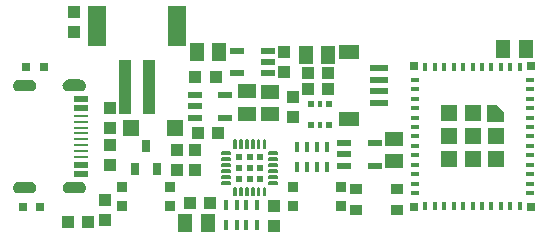
<source format=gbr>
G04 EAGLE Gerber RS-274X export*
G75*
%MOMM*%
%FSLAX34Y34*%
%LPD*%
%INSolderpaste Top*%
%IPPOS*%
%AMOC8*
5,1,8,0,0,1.08239X$1,22.5*%
G01*
%ADD10R,1.500000X1.240000*%
%ADD11R,1.200000X0.550000*%
%ADD12R,1.400000X1.400000*%
%ADD13R,1.000000X4.600000*%
%ADD14R,1.600000X3.400000*%
%ADD15R,0.800000X0.800000*%
%ADD16R,1.075000X1.000000*%
%ADD17R,1.240000X1.500000*%
%ADD18R,0.900000X0.900000*%
%ADD19R,1.000000X1.075000*%
%ADD20R,0.635000X1.016000*%
%ADD21R,0.450000X0.900000*%
%ADD22R,0.400000X0.800000*%
%ADD23R,0.700000X0.700000*%
%ADD24R,0.800000X0.400000*%
%ADD25R,1.450000X1.450000*%
%ADD26R,1.000000X0.850000*%
%ADD27R,1.550000X0.600000*%
%ADD28R,1.800000X1.200000*%
%ADD29R,1.150000X0.575000*%
%ADD30R,1.150000X0.275000*%
%ADD31C,0.140000*%
%ADD32R,0.600000X0.600000*%
%ADD33R,0.500000X0.500000*%
%ADD34R,0.400000X0.500000*%

G36*
X420497Y126537D02*
X420497Y126537D01*
X420492Y126544D01*
X420499Y126550D01*
X420499Y135050D01*
X420483Y135071D01*
X420485Y135085D01*
X414485Y141085D01*
X414458Y141089D01*
X414450Y141099D01*
X405950Y141099D01*
X405903Y141063D01*
X405908Y141056D01*
X405901Y141050D01*
X405901Y126550D01*
X405937Y126503D01*
X405944Y126508D01*
X405950Y126501D01*
X420450Y126501D01*
X420497Y126537D01*
G37*
G36*
X61468Y152649D02*
X61468Y152649D01*
X61469Y152649D01*
X62542Y152770D01*
X62543Y152771D01*
X62544Y152770D01*
X63564Y153127D01*
X63564Y153128D01*
X63565Y153128D01*
X64480Y153703D01*
X64481Y153703D01*
X65245Y154468D01*
X65820Y155383D01*
X65820Y155384D01*
X65821Y155384D01*
X66178Y156404D01*
X66178Y156405D01*
X66177Y156405D01*
X66178Y156406D01*
X66178Y156410D01*
X66179Y156415D01*
X66180Y156420D01*
X66182Y156440D01*
X66182Y156444D01*
X66182Y156445D01*
X66183Y156449D01*
X66183Y156450D01*
X66183Y156454D01*
X66184Y156459D01*
X66185Y156464D01*
X66185Y156469D01*
X66186Y156474D01*
X66186Y156479D01*
X66188Y156499D01*
X66189Y156499D01*
X66189Y156504D01*
X66190Y156509D01*
X66190Y156514D01*
X66191Y156519D01*
X66191Y156524D01*
X66192Y156529D01*
X66192Y156534D01*
X66193Y156539D01*
X66195Y156559D01*
X66196Y156564D01*
X66196Y156569D01*
X66197Y156574D01*
X66197Y156579D01*
X66198Y156584D01*
X66199Y156589D01*
X66199Y156594D01*
X66202Y156618D01*
X66202Y156623D01*
X66203Y156623D01*
X66202Y156623D01*
X66203Y156628D01*
X66204Y156633D01*
X66204Y156638D01*
X66205Y156643D01*
X66205Y156648D01*
X66206Y156653D01*
X66209Y156678D01*
X66209Y156683D01*
X66210Y156688D01*
X66210Y156693D01*
X66211Y156698D01*
X66211Y156703D01*
X66212Y156708D01*
X66213Y156713D01*
X66215Y156733D01*
X66215Y156738D01*
X66216Y156743D01*
X66216Y156748D01*
X66217Y156748D01*
X66216Y156748D01*
X66217Y156753D01*
X66218Y156758D01*
X66218Y156762D01*
X66218Y156763D01*
X66219Y156767D01*
X66219Y156768D01*
X66219Y156772D01*
X66222Y156792D01*
X66222Y156797D01*
X66223Y156802D01*
X66223Y156807D01*
X66224Y156812D01*
X66224Y156817D01*
X66225Y156822D01*
X66225Y156827D01*
X66226Y156832D01*
X66228Y156852D01*
X66229Y156857D01*
X66229Y156862D01*
X66230Y156867D01*
X66230Y156872D01*
X66231Y156872D01*
X66230Y156872D01*
X66231Y156877D01*
X66232Y156882D01*
X66232Y156887D01*
X66233Y156892D01*
X66235Y156912D01*
X66236Y156917D01*
X66236Y156921D01*
X66236Y156922D01*
X66237Y156926D01*
X66237Y156927D01*
X66237Y156931D01*
X66238Y156936D01*
X66238Y156941D01*
X66239Y156946D01*
X66242Y156971D01*
X66242Y156976D01*
X66243Y156981D01*
X66243Y156986D01*
X66244Y156991D01*
X66244Y156996D01*
X66245Y156996D01*
X66244Y156996D01*
X66245Y157001D01*
X66246Y157006D01*
X66248Y157031D01*
X66249Y157036D01*
X66250Y157041D01*
X66250Y157046D01*
X66251Y157051D01*
X66251Y157056D01*
X66252Y157061D01*
X66252Y157066D01*
X66255Y157085D01*
X66255Y157086D01*
X66255Y157090D01*
X66256Y157095D01*
X66256Y157100D01*
X66257Y157105D01*
X66257Y157110D01*
X66258Y157115D01*
X66258Y157120D01*
X66259Y157120D01*
X66258Y157120D01*
X66259Y157125D01*
X66261Y157145D01*
X66262Y157150D01*
X66262Y157155D01*
X66263Y157160D01*
X66264Y157165D01*
X66264Y157170D01*
X66265Y157175D01*
X66265Y157180D01*
X66266Y157185D01*
X66268Y157205D01*
X66269Y157210D01*
X66269Y157215D01*
X66270Y157220D01*
X66270Y157225D01*
X66271Y157230D01*
X66271Y157235D01*
X66272Y157239D01*
X66272Y157240D01*
X66272Y157244D01*
X66273Y157244D01*
X66272Y157245D01*
X66275Y157264D01*
X66275Y157269D01*
X66276Y157274D01*
X66276Y157279D01*
X66277Y157284D01*
X66278Y157289D01*
X66278Y157294D01*
X66279Y157299D01*
X66281Y157324D01*
X66282Y157329D01*
X66283Y157334D01*
X66283Y157339D01*
X66284Y157344D01*
X66284Y157349D01*
X66285Y157354D01*
X66285Y157359D01*
X66288Y157384D01*
X66289Y157389D01*
X66289Y157394D01*
X66290Y157398D01*
X66290Y157399D01*
X66290Y157403D01*
X66290Y157404D01*
X66291Y157408D01*
X66292Y157413D01*
X66292Y157418D01*
X66294Y157438D01*
X66295Y157443D01*
X66295Y157448D01*
X66296Y157453D01*
X66297Y157458D01*
X66297Y157463D01*
X66298Y157468D01*
X66298Y157473D01*
X66299Y157478D01*
X66299Y157479D01*
X66299Y157480D01*
X66299Y157481D01*
X66172Y158611D01*
X66171Y158611D01*
X66171Y158612D01*
X65796Y159686D01*
X65795Y159686D01*
X65795Y159687D01*
X65190Y160650D01*
X65189Y160650D01*
X65189Y160651D01*
X64385Y161455D01*
X64384Y161455D01*
X64384Y161456D01*
X63421Y162061D01*
X63420Y162061D01*
X63420Y162062D01*
X62346Y162437D01*
X62345Y162437D01*
X62345Y162438D01*
X61215Y162565D01*
X61214Y162565D01*
X51562Y162565D01*
X51561Y162565D01*
X51312Y162537D01*
X51268Y162532D01*
X51224Y162527D01*
X51180Y162522D01*
X50651Y162462D01*
X50607Y162457D01*
X50563Y162452D01*
X50562Y162452D01*
X50518Y162447D01*
X50431Y162438D01*
X50431Y162437D01*
X50430Y162437D01*
X49356Y162062D01*
X49356Y162061D01*
X49355Y162061D01*
X48392Y161456D01*
X48392Y161455D01*
X48391Y161455D01*
X47587Y160651D01*
X47587Y160650D01*
X47586Y160650D01*
X46981Y159687D01*
X46981Y159686D01*
X46980Y159686D01*
X46605Y158612D01*
X46605Y158611D01*
X46604Y158611D01*
X46602Y158592D01*
X46602Y158587D01*
X46601Y158582D01*
X46601Y158577D01*
X46600Y158572D01*
X46600Y158567D01*
X46599Y158562D01*
X46598Y158558D01*
X46598Y158557D01*
X46598Y158553D01*
X46598Y158552D01*
X46596Y158533D01*
X46595Y158528D01*
X46595Y158523D01*
X46594Y158523D01*
X46595Y158523D01*
X46594Y158518D01*
X46593Y158513D01*
X46593Y158508D01*
X46592Y158503D01*
X46592Y158498D01*
X46591Y158493D01*
X46589Y158473D01*
X46588Y158468D01*
X46588Y158463D01*
X46587Y158458D01*
X46587Y158453D01*
X46586Y158448D01*
X46586Y158443D01*
X46585Y158438D01*
X46584Y158433D01*
X46582Y158413D01*
X46582Y158408D01*
X46581Y158403D01*
X46581Y158399D01*
X46580Y158398D01*
X46581Y158398D01*
X46580Y158394D01*
X46580Y158393D01*
X46579Y158389D01*
X46579Y158384D01*
X46578Y158379D01*
X46578Y158374D01*
X46575Y158354D01*
X46575Y158349D01*
X46574Y158344D01*
X46574Y158339D01*
X46573Y158334D01*
X46573Y158329D01*
X46572Y158324D01*
X46572Y158319D01*
X46571Y158314D01*
X46569Y158294D01*
X46568Y158289D01*
X46568Y158284D01*
X46567Y158279D01*
X46567Y158274D01*
X46566Y158274D01*
X46567Y158274D01*
X46566Y158269D01*
X46565Y158264D01*
X46565Y158259D01*
X46564Y158254D01*
X46562Y158235D01*
X46562Y158234D01*
X46561Y158230D01*
X46561Y158225D01*
X46560Y158220D01*
X46560Y158215D01*
X46559Y158210D01*
X46559Y158205D01*
X46558Y158200D01*
X46558Y158195D01*
X46555Y158175D01*
X46555Y158170D01*
X46554Y158165D01*
X46554Y158160D01*
X46553Y158155D01*
X46553Y158150D01*
X46552Y158150D01*
X46553Y158150D01*
X46552Y158145D01*
X46551Y158140D01*
X46551Y158135D01*
X46549Y158115D01*
X46548Y158110D01*
X46547Y158105D01*
X46547Y158100D01*
X46546Y158095D01*
X46546Y158090D01*
X46545Y158085D01*
X46545Y158081D01*
X46545Y158080D01*
X46544Y158076D01*
X46544Y158075D01*
X46542Y158056D01*
X46541Y158051D01*
X46541Y158046D01*
X46540Y158041D01*
X46540Y158036D01*
X46539Y158031D01*
X46539Y158026D01*
X46538Y158026D01*
X46539Y158026D01*
X46538Y158021D01*
X46537Y158016D01*
X46535Y157996D01*
X46535Y157991D01*
X46534Y157986D01*
X46533Y157981D01*
X46533Y157976D01*
X46532Y157971D01*
X46532Y157966D01*
X46531Y157961D01*
X46528Y157936D01*
X46528Y157931D01*
X46527Y157926D01*
X46527Y157922D01*
X46527Y157921D01*
X46526Y157917D01*
X46526Y157916D01*
X46526Y157912D01*
X46525Y157907D01*
X46525Y157902D01*
X46524Y157902D01*
X46525Y157902D01*
X46522Y157877D01*
X46521Y157872D01*
X46521Y157867D01*
X46520Y157862D01*
X46519Y157857D01*
X46519Y157852D01*
X46518Y157847D01*
X46518Y157842D01*
X46515Y157817D01*
X46514Y157812D01*
X46514Y157807D01*
X46513Y157802D01*
X46513Y157797D01*
X46512Y157792D01*
X46512Y157787D01*
X46511Y157782D01*
X46508Y157758D01*
X46508Y157757D01*
X46508Y157753D01*
X46507Y157748D01*
X46507Y157743D01*
X46506Y157738D01*
X46505Y157733D01*
X46505Y157728D01*
X46504Y157723D01*
X46502Y157698D01*
X46501Y157693D01*
X46500Y157688D01*
X46500Y157683D01*
X46499Y157678D01*
X46499Y157673D01*
X46498Y157668D01*
X46498Y157663D01*
X46495Y157643D01*
X46495Y157638D01*
X46494Y157633D01*
X46494Y157628D01*
X46493Y157623D01*
X46493Y157618D01*
X46492Y157613D01*
X46491Y157608D01*
X46491Y157604D01*
X46491Y157603D01*
X46489Y157584D01*
X46488Y157579D01*
X46488Y157574D01*
X46487Y157569D01*
X46486Y157564D01*
X46486Y157559D01*
X46485Y157554D01*
X46485Y157549D01*
X46484Y157544D01*
X46482Y157524D01*
X46481Y157519D01*
X46481Y157514D01*
X46480Y157509D01*
X46480Y157504D01*
X46479Y157499D01*
X46479Y157494D01*
X46478Y157489D01*
X46477Y157484D01*
X46477Y157481D01*
X46478Y157480D01*
X46477Y157479D01*
X46598Y156406D01*
X46599Y156405D01*
X46598Y156404D01*
X46955Y155384D01*
X46956Y155384D01*
X46956Y155383D01*
X47531Y154468D01*
X48296Y153703D01*
X49211Y153128D01*
X49212Y153128D01*
X49212Y153127D01*
X50232Y152770D01*
X50233Y152771D01*
X50234Y152770D01*
X51307Y152649D01*
X51308Y152649D01*
X61468Y152649D01*
X61468Y152649D01*
G37*
G36*
X19685Y152522D02*
X19685Y152522D01*
X19686Y152522D01*
X20759Y152643D01*
X20760Y152644D01*
X20761Y152643D01*
X21781Y153000D01*
X21781Y153001D01*
X21782Y153001D01*
X22697Y153576D01*
X22698Y153576D01*
X23462Y154341D01*
X24037Y155256D01*
X24037Y155257D01*
X24038Y155257D01*
X24395Y156277D01*
X24395Y156278D01*
X24394Y156278D01*
X24395Y156279D01*
X24395Y156283D01*
X24396Y156288D01*
X24397Y156293D01*
X24399Y156313D01*
X24399Y156317D01*
X24399Y156318D01*
X24400Y156322D01*
X24400Y156323D01*
X24400Y156327D01*
X24401Y156332D01*
X24402Y156337D01*
X24402Y156342D01*
X24403Y156347D01*
X24403Y156352D01*
X24405Y156372D01*
X24406Y156372D01*
X24406Y156377D01*
X24407Y156382D01*
X24407Y156387D01*
X24408Y156392D01*
X24408Y156397D01*
X24409Y156402D01*
X24409Y156407D01*
X24410Y156412D01*
X24412Y156432D01*
X24413Y156437D01*
X24413Y156442D01*
X24414Y156447D01*
X24414Y156452D01*
X24415Y156457D01*
X24416Y156462D01*
X24416Y156467D01*
X24419Y156491D01*
X24419Y156496D01*
X24420Y156496D01*
X24419Y156496D01*
X24420Y156501D01*
X24421Y156506D01*
X24421Y156511D01*
X24422Y156516D01*
X24422Y156521D01*
X24423Y156526D01*
X24426Y156551D01*
X24426Y156556D01*
X24427Y156561D01*
X24427Y156566D01*
X24428Y156571D01*
X24428Y156576D01*
X24429Y156581D01*
X24430Y156586D01*
X24432Y156606D01*
X24432Y156611D01*
X24433Y156616D01*
X24433Y156621D01*
X24434Y156621D01*
X24433Y156621D01*
X24434Y156626D01*
X24435Y156631D01*
X24435Y156635D01*
X24435Y156636D01*
X24436Y156640D01*
X24436Y156641D01*
X24436Y156645D01*
X24439Y156665D01*
X24439Y156670D01*
X24440Y156675D01*
X24440Y156680D01*
X24441Y156685D01*
X24441Y156690D01*
X24442Y156695D01*
X24442Y156700D01*
X24443Y156705D01*
X24445Y156725D01*
X24446Y156730D01*
X24446Y156735D01*
X24447Y156740D01*
X24447Y156745D01*
X24448Y156745D01*
X24447Y156745D01*
X24448Y156750D01*
X24449Y156755D01*
X24449Y156760D01*
X24450Y156765D01*
X24452Y156785D01*
X24453Y156790D01*
X24453Y156794D01*
X24453Y156795D01*
X24454Y156799D01*
X24454Y156800D01*
X24454Y156804D01*
X24455Y156809D01*
X24455Y156814D01*
X24456Y156819D01*
X24459Y156844D01*
X24459Y156849D01*
X24460Y156854D01*
X24460Y156859D01*
X24461Y156864D01*
X24461Y156869D01*
X24462Y156869D01*
X24461Y156869D01*
X24462Y156874D01*
X24463Y156879D01*
X24465Y156904D01*
X24466Y156909D01*
X24467Y156914D01*
X24467Y156919D01*
X24468Y156924D01*
X24468Y156929D01*
X24469Y156934D01*
X24469Y156939D01*
X24472Y156958D01*
X24472Y156959D01*
X24472Y156963D01*
X24473Y156968D01*
X24473Y156973D01*
X24474Y156978D01*
X24474Y156983D01*
X24475Y156988D01*
X24475Y156993D01*
X24476Y156993D01*
X24475Y156993D01*
X24476Y156998D01*
X24478Y157018D01*
X24479Y157023D01*
X24479Y157028D01*
X24480Y157033D01*
X24481Y157038D01*
X24481Y157043D01*
X24482Y157048D01*
X24482Y157053D01*
X24483Y157058D01*
X24485Y157078D01*
X24486Y157083D01*
X24486Y157088D01*
X24487Y157093D01*
X24487Y157098D01*
X24488Y157103D01*
X24488Y157108D01*
X24489Y157112D01*
X24489Y157113D01*
X24489Y157117D01*
X24490Y157117D01*
X24489Y157118D01*
X24492Y157137D01*
X24492Y157142D01*
X24493Y157147D01*
X24493Y157152D01*
X24494Y157157D01*
X24495Y157162D01*
X24495Y157167D01*
X24496Y157172D01*
X24498Y157197D01*
X24499Y157202D01*
X24500Y157207D01*
X24500Y157212D01*
X24501Y157217D01*
X24501Y157222D01*
X24502Y157227D01*
X24502Y157232D01*
X24505Y157257D01*
X24506Y157262D01*
X24506Y157267D01*
X24507Y157271D01*
X24507Y157272D01*
X24507Y157276D01*
X24507Y157277D01*
X24508Y157281D01*
X24509Y157286D01*
X24509Y157291D01*
X24511Y157311D01*
X24512Y157316D01*
X24512Y157321D01*
X24513Y157326D01*
X24514Y157331D01*
X24514Y157336D01*
X24515Y157341D01*
X24515Y157346D01*
X24516Y157351D01*
X24516Y157352D01*
X24516Y157353D01*
X24516Y157354D01*
X24389Y158484D01*
X24388Y158484D01*
X24388Y158485D01*
X24013Y159559D01*
X24012Y159559D01*
X24012Y159560D01*
X23407Y160523D01*
X23406Y160523D01*
X23406Y160524D01*
X22602Y161328D01*
X22601Y161328D01*
X22601Y161329D01*
X21638Y161934D01*
X21637Y161934D01*
X21637Y161935D01*
X20563Y162310D01*
X20562Y162310D01*
X20562Y162311D01*
X19432Y162438D01*
X19431Y162438D01*
X9779Y162438D01*
X9778Y162438D01*
X9529Y162410D01*
X9485Y162405D01*
X9441Y162400D01*
X9397Y162395D01*
X8868Y162335D01*
X8824Y162330D01*
X8780Y162325D01*
X8779Y162325D01*
X8735Y162320D01*
X8648Y162311D01*
X8648Y162310D01*
X8647Y162310D01*
X7573Y161935D01*
X7573Y161934D01*
X7572Y161934D01*
X6609Y161329D01*
X6609Y161328D01*
X6608Y161328D01*
X5804Y160524D01*
X5804Y160523D01*
X5803Y160523D01*
X5198Y159560D01*
X5198Y159559D01*
X5197Y159559D01*
X4822Y158485D01*
X4822Y158484D01*
X4821Y158484D01*
X4819Y158465D01*
X4819Y158460D01*
X4818Y158455D01*
X4818Y158450D01*
X4817Y158445D01*
X4817Y158440D01*
X4816Y158435D01*
X4815Y158431D01*
X4815Y158430D01*
X4815Y158426D01*
X4815Y158425D01*
X4813Y158406D01*
X4812Y158401D01*
X4812Y158396D01*
X4811Y158396D01*
X4812Y158396D01*
X4811Y158391D01*
X4810Y158386D01*
X4810Y158381D01*
X4809Y158376D01*
X4809Y158371D01*
X4808Y158366D01*
X4806Y158346D01*
X4805Y158341D01*
X4805Y158336D01*
X4804Y158331D01*
X4804Y158326D01*
X4803Y158321D01*
X4803Y158316D01*
X4802Y158311D01*
X4801Y158306D01*
X4799Y158286D01*
X4799Y158281D01*
X4798Y158276D01*
X4798Y158272D01*
X4797Y158271D01*
X4798Y158271D01*
X4797Y158267D01*
X4797Y158266D01*
X4796Y158262D01*
X4796Y158257D01*
X4795Y158252D01*
X4795Y158247D01*
X4792Y158227D01*
X4792Y158222D01*
X4791Y158217D01*
X4791Y158212D01*
X4790Y158207D01*
X4790Y158202D01*
X4789Y158197D01*
X4789Y158192D01*
X4788Y158187D01*
X4786Y158167D01*
X4785Y158162D01*
X4785Y158157D01*
X4784Y158152D01*
X4784Y158147D01*
X4783Y158147D01*
X4784Y158147D01*
X4783Y158142D01*
X4782Y158137D01*
X4782Y158132D01*
X4781Y158127D01*
X4779Y158108D01*
X4779Y158107D01*
X4778Y158103D01*
X4778Y158098D01*
X4777Y158093D01*
X4777Y158088D01*
X4776Y158083D01*
X4776Y158078D01*
X4775Y158073D01*
X4775Y158068D01*
X4772Y158048D01*
X4772Y158043D01*
X4771Y158038D01*
X4771Y158033D01*
X4770Y158028D01*
X4770Y158023D01*
X4769Y158023D01*
X4770Y158023D01*
X4769Y158018D01*
X4768Y158013D01*
X4768Y158008D01*
X4766Y157988D01*
X4765Y157983D01*
X4764Y157978D01*
X4764Y157973D01*
X4763Y157968D01*
X4763Y157963D01*
X4762Y157958D01*
X4762Y157954D01*
X4762Y157953D01*
X4761Y157949D01*
X4761Y157948D01*
X4759Y157929D01*
X4758Y157924D01*
X4758Y157919D01*
X4757Y157914D01*
X4757Y157909D01*
X4756Y157904D01*
X4756Y157899D01*
X4755Y157899D01*
X4756Y157899D01*
X4755Y157894D01*
X4754Y157889D01*
X4752Y157869D01*
X4752Y157864D01*
X4751Y157859D01*
X4750Y157854D01*
X4750Y157849D01*
X4749Y157844D01*
X4749Y157839D01*
X4748Y157834D01*
X4745Y157809D01*
X4745Y157804D01*
X4744Y157799D01*
X4744Y157795D01*
X4744Y157794D01*
X4743Y157790D01*
X4743Y157789D01*
X4743Y157785D01*
X4742Y157780D01*
X4742Y157775D01*
X4741Y157775D01*
X4742Y157775D01*
X4739Y157750D01*
X4738Y157745D01*
X4738Y157740D01*
X4737Y157735D01*
X4736Y157730D01*
X4736Y157725D01*
X4735Y157720D01*
X4735Y157715D01*
X4732Y157690D01*
X4731Y157685D01*
X4731Y157680D01*
X4730Y157675D01*
X4730Y157670D01*
X4729Y157665D01*
X4729Y157660D01*
X4728Y157655D01*
X4725Y157631D01*
X4725Y157630D01*
X4725Y157626D01*
X4724Y157621D01*
X4724Y157616D01*
X4723Y157611D01*
X4722Y157606D01*
X4722Y157601D01*
X4721Y157596D01*
X4719Y157571D01*
X4718Y157566D01*
X4717Y157561D01*
X4717Y157556D01*
X4716Y157551D01*
X4716Y157546D01*
X4715Y157541D01*
X4715Y157536D01*
X4712Y157516D01*
X4712Y157511D01*
X4711Y157506D01*
X4711Y157501D01*
X4710Y157496D01*
X4710Y157491D01*
X4709Y157486D01*
X4708Y157481D01*
X4708Y157477D01*
X4708Y157476D01*
X4706Y157457D01*
X4705Y157452D01*
X4705Y157447D01*
X4704Y157442D01*
X4703Y157437D01*
X4703Y157432D01*
X4702Y157427D01*
X4702Y157422D01*
X4701Y157417D01*
X4699Y157397D01*
X4698Y157392D01*
X4698Y157387D01*
X4697Y157382D01*
X4697Y157377D01*
X4696Y157372D01*
X4696Y157367D01*
X4695Y157362D01*
X4694Y157357D01*
X4694Y157354D01*
X4695Y157353D01*
X4694Y157352D01*
X4815Y156279D01*
X4816Y156278D01*
X4815Y156277D01*
X5172Y155257D01*
X5173Y155257D01*
X5173Y155256D01*
X5748Y154341D01*
X6513Y153576D01*
X7428Y153001D01*
X7429Y153001D01*
X7429Y153000D01*
X8449Y152643D01*
X8450Y152644D01*
X8451Y152643D01*
X9524Y152522D01*
X9525Y152522D01*
X19685Y152522D01*
X19685Y152522D01*
G37*
G36*
X61595Y66162D02*
X61595Y66162D01*
X61596Y66162D01*
X62669Y66283D01*
X62670Y66284D01*
X62671Y66283D01*
X63691Y66640D01*
X63691Y66641D01*
X63692Y66641D01*
X64607Y67216D01*
X64608Y67216D01*
X65372Y67981D01*
X65947Y68896D01*
X65947Y68897D01*
X65948Y68897D01*
X66305Y69917D01*
X66305Y69918D01*
X66304Y69918D01*
X66305Y69919D01*
X66305Y69923D01*
X66306Y69928D01*
X66307Y69933D01*
X66309Y69953D01*
X66309Y69957D01*
X66309Y69958D01*
X66310Y69962D01*
X66310Y69963D01*
X66310Y69967D01*
X66311Y69972D01*
X66312Y69977D01*
X66312Y69982D01*
X66313Y69987D01*
X66313Y69992D01*
X66315Y70012D01*
X66316Y70012D01*
X66316Y70017D01*
X66317Y70022D01*
X66317Y70027D01*
X66318Y70032D01*
X66318Y70037D01*
X66319Y70042D01*
X66319Y70047D01*
X66320Y70052D01*
X66322Y70072D01*
X66323Y70077D01*
X66323Y70082D01*
X66324Y70087D01*
X66324Y70092D01*
X66325Y70097D01*
X66326Y70102D01*
X66326Y70107D01*
X66329Y70131D01*
X66329Y70136D01*
X66330Y70136D01*
X66329Y70136D01*
X66330Y70141D01*
X66331Y70146D01*
X66331Y70151D01*
X66332Y70156D01*
X66332Y70161D01*
X66333Y70166D01*
X66336Y70191D01*
X66336Y70196D01*
X66337Y70201D01*
X66337Y70206D01*
X66338Y70211D01*
X66338Y70216D01*
X66339Y70221D01*
X66340Y70226D01*
X66342Y70246D01*
X66342Y70251D01*
X66343Y70256D01*
X66343Y70261D01*
X66344Y70261D01*
X66343Y70261D01*
X66344Y70266D01*
X66345Y70271D01*
X66345Y70275D01*
X66345Y70276D01*
X66346Y70280D01*
X66346Y70281D01*
X66346Y70285D01*
X66349Y70305D01*
X66349Y70310D01*
X66350Y70315D01*
X66350Y70320D01*
X66351Y70325D01*
X66351Y70330D01*
X66352Y70335D01*
X66352Y70340D01*
X66353Y70345D01*
X66355Y70365D01*
X66356Y70370D01*
X66356Y70375D01*
X66357Y70380D01*
X66357Y70385D01*
X66358Y70385D01*
X66357Y70385D01*
X66358Y70390D01*
X66359Y70395D01*
X66359Y70400D01*
X66360Y70405D01*
X66362Y70425D01*
X66363Y70430D01*
X66363Y70434D01*
X66363Y70435D01*
X66364Y70439D01*
X66364Y70440D01*
X66364Y70444D01*
X66365Y70449D01*
X66365Y70454D01*
X66366Y70459D01*
X66369Y70484D01*
X66369Y70489D01*
X66370Y70494D01*
X66370Y70499D01*
X66371Y70504D01*
X66371Y70509D01*
X66372Y70509D01*
X66371Y70509D01*
X66372Y70514D01*
X66373Y70519D01*
X66375Y70544D01*
X66376Y70549D01*
X66377Y70554D01*
X66377Y70559D01*
X66378Y70564D01*
X66378Y70569D01*
X66379Y70574D01*
X66379Y70579D01*
X66382Y70598D01*
X66382Y70599D01*
X66382Y70603D01*
X66383Y70608D01*
X66383Y70613D01*
X66384Y70618D01*
X66384Y70623D01*
X66385Y70628D01*
X66385Y70633D01*
X66386Y70633D01*
X66385Y70633D01*
X66386Y70638D01*
X66388Y70658D01*
X66389Y70663D01*
X66389Y70668D01*
X66390Y70673D01*
X66391Y70678D01*
X66391Y70683D01*
X66392Y70688D01*
X66392Y70693D01*
X66393Y70698D01*
X66395Y70718D01*
X66396Y70723D01*
X66396Y70728D01*
X66397Y70733D01*
X66397Y70738D01*
X66398Y70743D01*
X66398Y70748D01*
X66399Y70752D01*
X66399Y70753D01*
X66399Y70757D01*
X66400Y70757D01*
X66399Y70758D01*
X66402Y70777D01*
X66402Y70782D01*
X66403Y70787D01*
X66403Y70792D01*
X66404Y70797D01*
X66405Y70802D01*
X66405Y70807D01*
X66406Y70812D01*
X66408Y70837D01*
X66409Y70842D01*
X66410Y70847D01*
X66410Y70852D01*
X66411Y70857D01*
X66411Y70862D01*
X66412Y70867D01*
X66412Y70872D01*
X66415Y70897D01*
X66416Y70902D01*
X66416Y70907D01*
X66417Y70911D01*
X66417Y70912D01*
X66417Y70916D01*
X66417Y70917D01*
X66418Y70921D01*
X66419Y70926D01*
X66419Y70931D01*
X66421Y70951D01*
X66422Y70956D01*
X66422Y70961D01*
X66423Y70966D01*
X66424Y70971D01*
X66424Y70976D01*
X66425Y70981D01*
X66425Y70986D01*
X66426Y70991D01*
X66426Y70992D01*
X66426Y70993D01*
X66426Y70994D01*
X66299Y72124D01*
X66298Y72124D01*
X66298Y72125D01*
X65923Y73199D01*
X65922Y73199D01*
X65922Y73200D01*
X65317Y74163D01*
X65316Y74163D01*
X65316Y74164D01*
X64512Y74968D01*
X64511Y74968D01*
X64511Y74969D01*
X63548Y75574D01*
X63547Y75574D01*
X63547Y75575D01*
X62473Y75950D01*
X62472Y75950D01*
X62472Y75951D01*
X61342Y76078D01*
X61341Y76078D01*
X51689Y76078D01*
X51688Y76078D01*
X51439Y76050D01*
X51395Y76045D01*
X51351Y76040D01*
X51307Y76035D01*
X50778Y75975D01*
X50734Y75970D01*
X50690Y75965D01*
X50689Y75965D01*
X50645Y75960D01*
X50558Y75951D01*
X50558Y75950D01*
X50557Y75950D01*
X49483Y75575D01*
X49483Y75574D01*
X49482Y75574D01*
X48519Y74969D01*
X48519Y74968D01*
X48518Y74968D01*
X47714Y74164D01*
X47714Y74163D01*
X47713Y74163D01*
X47108Y73200D01*
X47108Y73199D01*
X47107Y73199D01*
X46732Y72125D01*
X46732Y72124D01*
X46731Y72124D01*
X46729Y72105D01*
X46729Y72100D01*
X46728Y72095D01*
X46728Y72090D01*
X46727Y72085D01*
X46727Y72080D01*
X46726Y72075D01*
X46725Y72071D01*
X46725Y72070D01*
X46725Y72066D01*
X46725Y72065D01*
X46723Y72046D01*
X46722Y72041D01*
X46722Y72036D01*
X46721Y72036D01*
X46722Y72036D01*
X46721Y72031D01*
X46720Y72026D01*
X46720Y72021D01*
X46719Y72016D01*
X46719Y72011D01*
X46718Y72006D01*
X46716Y71986D01*
X46715Y71981D01*
X46715Y71976D01*
X46714Y71971D01*
X46714Y71966D01*
X46713Y71961D01*
X46713Y71956D01*
X46712Y71951D01*
X46711Y71946D01*
X46709Y71926D01*
X46709Y71921D01*
X46708Y71916D01*
X46708Y71912D01*
X46707Y71911D01*
X46708Y71911D01*
X46707Y71907D01*
X46707Y71906D01*
X46706Y71902D01*
X46706Y71897D01*
X46705Y71892D01*
X46705Y71887D01*
X46702Y71867D01*
X46702Y71862D01*
X46701Y71857D01*
X46701Y71852D01*
X46700Y71847D01*
X46700Y71842D01*
X46699Y71837D01*
X46699Y71832D01*
X46698Y71827D01*
X46696Y71807D01*
X46695Y71802D01*
X46695Y71797D01*
X46694Y71792D01*
X46694Y71787D01*
X46693Y71787D01*
X46694Y71787D01*
X46693Y71782D01*
X46692Y71777D01*
X46692Y71772D01*
X46691Y71767D01*
X46689Y71748D01*
X46689Y71747D01*
X46688Y71743D01*
X46688Y71738D01*
X46687Y71733D01*
X46687Y71728D01*
X46686Y71723D01*
X46686Y71718D01*
X46685Y71713D01*
X46685Y71708D01*
X46682Y71688D01*
X46682Y71683D01*
X46681Y71678D01*
X46681Y71673D01*
X46680Y71668D01*
X46680Y71663D01*
X46679Y71663D01*
X46680Y71663D01*
X46679Y71658D01*
X46678Y71653D01*
X46678Y71648D01*
X46676Y71628D01*
X46675Y71623D01*
X46674Y71618D01*
X46674Y71613D01*
X46673Y71608D01*
X46673Y71603D01*
X46672Y71598D01*
X46672Y71594D01*
X46672Y71593D01*
X46671Y71589D01*
X46671Y71588D01*
X46669Y71569D01*
X46668Y71564D01*
X46668Y71559D01*
X46667Y71554D01*
X46667Y71549D01*
X46666Y71544D01*
X46666Y71539D01*
X46665Y71539D01*
X46666Y71539D01*
X46665Y71534D01*
X46664Y71529D01*
X46662Y71509D01*
X46662Y71504D01*
X46661Y71499D01*
X46660Y71494D01*
X46660Y71489D01*
X46659Y71484D01*
X46659Y71479D01*
X46658Y71474D01*
X46655Y71449D01*
X46655Y71444D01*
X46654Y71439D01*
X46654Y71435D01*
X46654Y71434D01*
X46653Y71430D01*
X46653Y71429D01*
X46653Y71425D01*
X46652Y71420D01*
X46652Y71415D01*
X46651Y71415D01*
X46652Y71415D01*
X46649Y71390D01*
X46648Y71385D01*
X46648Y71380D01*
X46647Y71375D01*
X46646Y71370D01*
X46646Y71365D01*
X46645Y71360D01*
X46645Y71355D01*
X46642Y71330D01*
X46641Y71325D01*
X46641Y71320D01*
X46640Y71315D01*
X46640Y71310D01*
X46639Y71305D01*
X46639Y71300D01*
X46638Y71295D01*
X46635Y71271D01*
X46635Y71270D01*
X46635Y71266D01*
X46634Y71261D01*
X46634Y71256D01*
X46633Y71251D01*
X46632Y71246D01*
X46632Y71241D01*
X46631Y71236D01*
X46629Y71211D01*
X46628Y71206D01*
X46627Y71201D01*
X46627Y71196D01*
X46626Y71191D01*
X46626Y71186D01*
X46625Y71181D01*
X46625Y71176D01*
X46622Y71156D01*
X46622Y71151D01*
X46621Y71146D01*
X46621Y71141D01*
X46620Y71136D01*
X46620Y71131D01*
X46619Y71126D01*
X46618Y71121D01*
X46618Y71117D01*
X46618Y71116D01*
X46616Y71097D01*
X46615Y71092D01*
X46615Y71087D01*
X46614Y71082D01*
X46613Y71077D01*
X46613Y71072D01*
X46612Y71067D01*
X46612Y71062D01*
X46611Y71057D01*
X46609Y71037D01*
X46608Y71032D01*
X46608Y71027D01*
X46607Y71022D01*
X46607Y71017D01*
X46606Y71012D01*
X46606Y71007D01*
X46605Y71002D01*
X46604Y70997D01*
X46604Y70994D01*
X46605Y70993D01*
X46604Y70992D01*
X46725Y69919D01*
X46726Y69918D01*
X46725Y69917D01*
X47082Y68897D01*
X47083Y68897D01*
X47083Y68896D01*
X47658Y67981D01*
X48423Y67216D01*
X49338Y66641D01*
X49339Y66641D01*
X49339Y66640D01*
X50359Y66283D01*
X50360Y66284D01*
X50361Y66283D01*
X51434Y66162D01*
X51435Y66162D01*
X61595Y66162D01*
X61595Y66162D01*
G37*
G36*
X19685Y66162D02*
X19685Y66162D01*
X19686Y66162D01*
X20759Y66283D01*
X20760Y66284D01*
X20761Y66283D01*
X21781Y66640D01*
X21781Y66641D01*
X21782Y66641D01*
X22697Y67216D01*
X22698Y67216D01*
X23462Y67981D01*
X24037Y68896D01*
X24037Y68897D01*
X24038Y68897D01*
X24395Y69917D01*
X24395Y69918D01*
X24394Y69918D01*
X24395Y69919D01*
X24395Y69923D01*
X24396Y69928D01*
X24397Y69933D01*
X24399Y69953D01*
X24399Y69957D01*
X24399Y69958D01*
X24400Y69962D01*
X24400Y69963D01*
X24400Y69967D01*
X24401Y69972D01*
X24402Y69977D01*
X24402Y69982D01*
X24403Y69987D01*
X24403Y69992D01*
X24405Y70012D01*
X24406Y70012D01*
X24406Y70017D01*
X24407Y70022D01*
X24407Y70027D01*
X24408Y70032D01*
X24408Y70037D01*
X24409Y70042D01*
X24409Y70047D01*
X24410Y70052D01*
X24412Y70072D01*
X24413Y70077D01*
X24413Y70082D01*
X24414Y70087D01*
X24414Y70092D01*
X24415Y70097D01*
X24416Y70102D01*
X24416Y70107D01*
X24419Y70131D01*
X24419Y70136D01*
X24420Y70136D01*
X24419Y70136D01*
X24420Y70141D01*
X24421Y70146D01*
X24421Y70151D01*
X24422Y70156D01*
X24422Y70161D01*
X24423Y70166D01*
X24426Y70191D01*
X24426Y70196D01*
X24427Y70201D01*
X24427Y70206D01*
X24428Y70211D01*
X24428Y70216D01*
X24429Y70221D01*
X24430Y70226D01*
X24432Y70246D01*
X24432Y70251D01*
X24433Y70256D01*
X24433Y70261D01*
X24434Y70261D01*
X24433Y70261D01*
X24434Y70266D01*
X24435Y70271D01*
X24435Y70275D01*
X24435Y70276D01*
X24436Y70280D01*
X24436Y70281D01*
X24436Y70285D01*
X24439Y70305D01*
X24439Y70310D01*
X24440Y70315D01*
X24440Y70320D01*
X24441Y70325D01*
X24441Y70330D01*
X24442Y70335D01*
X24442Y70340D01*
X24443Y70345D01*
X24445Y70365D01*
X24446Y70370D01*
X24446Y70375D01*
X24447Y70380D01*
X24447Y70385D01*
X24448Y70385D01*
X24447Y70385D01*
X24448Y70390D01*
X24449Y70395D01*
X24449Y70400D01*
X24450Y70405D01*
X24452Y70425D01*
X24453Y70430D01*
X24453Y70434D01*
X24453Y70435D01*
X24454Y70439D01*
X24454Y70440D01*
X24454Y70444D01*
X24455Y70449D01*
X24455Y70454D01*
X24456Y70459D01*
X24459Y70484D01*
X24459Y70489D01*
X24460Y70494D01*
X24460Y70499D01*
X24461Y70504D01*
X24461Y70509D01*
X24462Y70509D01*
X24461Y70509D01*
X24462Y70514D01*
X24463Y70519D01*
X24465Y70544D01*
X24466Y70549D01*
X24467Y70554D01*
X24467Y70559D01*
X24468Y70564D01*
X24468Y70569D01*
X24469Y70574D01*
X24469Y70579D01*
X24472Y70598D01*
X24472Y70599D01*
X24472Y70603D01*
X24473Y70608D01*
X24473Y70613D01*
X24474Y70618D01*
X24474Y70623D01*
X24475Y70628D01*
X24475Y70633D01*
X24476Y70633D01*
X24475Y70633D01*
X24476Y70638D01*
X24478Y70658D01*
X24479Y70663D01*
X24479Y70668D01*
X24480Y70673D01*
X24481Y70678D01*
X24481Y70683D01*
X24482Y70688D01*
X24482Y70693D01*
X24483Y70698D01*
X24485Y70718D01*
X24486Y70723D01*
X24486Y70728D01*
X24487Y70733D01*
X24487Y70738D01*
X24488Y70743D01*
X24488Y70748D01*
X24489Y70752D01*
X24489Y70753D01*
X24489Y70757D01*
X24490Y70757D01*
X24489Y70758D01*
X24492Y70777D01*
X24492Y70782D01*
X24493Y70787D01*
X24493Y70792D01*
X24494Y70797D01*
X24495Y70802D01*
X24495Y70807D01*
X24496Y70812D01*
X24498Y70837D01*
X24499Y70842D01*
X24500Y70847D01*
X24500Y70852D01*
X24501Y70857D01*
X24501Y70862D01*
X24502Y70867D01*
X24502Y70872D01*
X24505Y70897D01*
X24506Y70902D01*
X24506Y70907D01*
X24507Y70911D01*
X24507Y70912D01*
X24507Y70916D01*
X24507Y70917D01*
X24508Y70921D01*
X24509Y70926D01*
X24509Y70931D01*
X24511Y70951D01*
X24512Y70956D01*
X24512Y70961D01*
X24513Y70966D01*
X24514Y70971D01*
X24514Y70976D01*
X24515Y70981D01*
X24515Y70986D01*
X24516Y70991D01*
X24516Y70992D01*
X24516Y70993D01*
X24516Y70994D01*
X24389Y72124D01*
X24388Y72124D01*
X24388Y72125D01*
X24013Y73199D01*
X24012Y73199D01*
X24012Y73200D01*
X23407Y74163D01*
X23406Y74163D01*
X23406Y74164D01*
X22602Y74968D01*
X22601Y74968D01*
X22601Y74969D01*
X21638Y75574D01*
X21637Y75574D01*
X21637Y75575D01*
X20563Y75950D01*
X20562Y75950D01*
X20562Y75951D01*
X19432Y76078D01*
X19431Y76078D01*
X9779Y76078D01*
X9778Y76078D01*
X9529Y76050D01*
X9485Y76045D01*
X9441Y76040D01*
X9397Y76035D01*
X8868Y75975D01*
X8824Y75970D01*
X8780Y75965D01*
X8779Y75965D01*
X8735Y75960D01*
X8648Y75951D01*
X8648Y75950D01*
X8647Y75950D01*
X7573Y75575D01*
X7573Y75574D01*
X7572Y75574D01*
X6609Y74969D01*
X6609Y74968D01*
X6608Y74968D01*
X5804Y74164D01*
X5804Y74163D01*
X5803Y74163D01*
X5198Y73200D01*
X5198Y73199D01*
X5197Y73199D01*
X4822Y72125D01*
X4822Y72124D01*
X4821Y72124D01*
X4819Y72105D01*
X4819Y72100D01*
X4818Y72095D01*
X4818Y72090D01*
X4817Y72085D01*
X4817Y72080D01*
X4816Y72075D01*
X4815Y72071D01*
X4815Y72070D01*
X4815Y72066D01*
X4815Y72065D01*
X4813Y72046D01*
X4812Y72041D01*
X4812Y72036D01*
X4811Y72036D01*
X4812Y72036D01*
X4811Y72031D01*
X4810Y72026D01*
X4810Y72021D01*
X4809Y72016D01*
X4809Y72011D01*
X4808Y72006D01*
X4806Y71986D01*
X4805Y71981D01*
X4805Y71976D01*
X4804Y71971D01*
X4804Y71966D01*
X4803Y71961D01*
X4803Y71956D01*
X4802Y71951D01*
X4801Y71946D01*
X4799Y71926D01*
X4799Y71921D01*
X4798Y71916D01*
X4798Y71912D01*
X4797Y71911D01*
X4798Y71911D01*
X4797Y71907D01*
X4797Y71906D01*
X4796Y71902D01*
X4796Y71897D01*
X4795Y71892D01*
X4795Y71887D01*
X4792Y71867D01*
X4792Y71862D01*
X4791Y71857D01*
X4791Y71852D01*
X4790Y71847D01*
X4790Y71842D01*
X4789Y71837D01*
X4789Y71832D01*
X4788Y71827D01*
X4786Y71807D01*
X4785Y71802D01*
X4785Y71797D01*
X4784Y71792D01*
X4784Y71787D01*
X4783Y71787D01*
X4784Y71787D01*
X4783Y71782D01*
X4782Y71777D01*
X4782Y71772D01*
X4781Y71767D01*
X4779Y71748D01*
X4779Y71747D01*
X4778Y71743D01*
X4778Y71738D01*
X4777Y71733D01*
X4777Y71728D01*
X4776Y71723D01*
X4776Y71718D01*
X4775Y71713D01*
X4775Y71708D01*
X4772Y71688D01*
X4772Y71683D01*
X4771Y71678D01*
X4771Y71673D01*
X4770Y71668D01*
X4770Y71663D01*
X4769Y71663D01*
X4770Y71663D01*
X4769Y71658D01*
X4768Y71653D01*
X4768Y71648D01*
X4766Y71628D01*
X4765Y71623D01*
X4764Y71618D01*
X4764Y71613D01*
X4763Y71608D01*
X4763Y71603D01*
X4762Y71598D01*
X4762Y71594D01*
X4762Y71593D01*
X4761Y71589D01*
X4761Y71588D01*
X4759Y71569D01*
X4758Y71564D01*
X4758Y71559D01*
X4757Y71554D01*
X4757Y71549D01*
X4756Y71544D01*
X4756Y71539D01*
X4755Y71539D01*
X4756Y71539D01*
X4755Y71534D01*
X4754Y71529D01*
X4752Y71509D01*
X4752Y71504D01*
X4751Y71499D01*
X4750Y71494D01*
X4750Y71489D01*
X4749Y71484D01*
X4749Y71479D01*
X4748Y71474D01*
X4745Y71449D01*
X4745Y71444D01*
X4744Y71439D01*
X4744Y71435D01*
X4744Y71434D01*
X4743Y71430D01*
X4743Y71429D01*
X4743Y71425D01*
X4742Y71420D01*
X4742Y71415D01*
X4741Y71415D01*
X4742Y71415D01*
X4739Y71390D01*
X4738Y71385D01*
X4738Y71380D01*
X4737Y71375D01*
X4736Y71370D01*
X4736Y71365D01*
X4735Y71360D01*
X4735Y71355D01*
X4732Y71330D01*
X4731Y71325D01*
X4731Y71320D01*
X4730Y71315D01*
X4730Y71310D01*
X4729Y71305D01*
X4729Y71300D01*
X4728Y71295D01*
X4725Y71271D01*
X4725Y71270D01*
X4725Y71266D01*
X4724Y71261D01*
X4724Y71256D01*
X4723Y71251D01*
X4722Y71246D01*
X4722Y71241D01*
X4721Y71236D01*
X4719Y71211D01*
X4718Y71206D01*
X4717Y71201D01*
X4717Y71196D01*
X4716Y71191D01*
X4716Y71186D01*
X4715Y71181D01*
X4715Y71176D01*
X4712Y71156D01*
X4712Y71151D01*
X4711Y71146D01*
X4711Y71141D01*
X4710Y71136D01*
X4710Y71131D01*
X4709Y71126D01*
X4708Y71121D01*
X4708Y71117D01*
X4708Y71116D01*
X4706Y71097D01*
X4705Y71092D01*
X4705Y71087D01*
X4704Y71082D01*
X4703Y71077D01*
X4703Y71072D01*
X4702Y71067D01*
X4702Y71062D01*
X4701Y71057D01*
X4699Y71037D01*
X4698Y71032D01*
X4698Y71027D01*
X4697Y71022D01*
X4697Y71017D01*
X4696Y71012D01*
X4696Y71007D01*
X4695Y71002D01*
X4694Y70997D01*
X4694Y70994D01*
X4695Y70993D01*
X4694Y70992D01*
X4815Y69919D01*
X4816Y69918D01*
X4815Y69917D01*
X5172Y68897D01*
X5173Y68897D01*
X5173Y68896D01*
X5748Y67981D01*
X6513Y67216D01*
X7428Y66641D01*
X7429Y66641D01*
X7429Y66640D01*
X8449Y66283D01*
X8450Y66284D01*
X8451Y66283D01*
X9524Y66162D01*
X9525Y66162D01*
X19685Y66162D01*
X19685Y66162D01*
G37*
D10*
X222650Y152325D03*
X222650Y133325D03*
X202715Y152410D03*
X202715Y133410D03*
D11*
X220646Y167665D03*
X220646Y177165D03*
X220646Y186665D03*
X194644Y186665D03*
X194644Y167665D03*
D12*
X141690Y121285D03*
X104690Y121285D03*
D13*
X99855Y156040D03*
X119855Y156040D03*
D14*
X75855Y208040D03*
X143855Y208040D03*
D11*
X158449Y149200D03*
X158449Y139700D03*
X158449Y130200D03*
X184451Y130200D03*
X184451Y149200D03*
D15*
X27820Y54610D03*
X12820Y54610D03*
D16*
X51190Y41910D03*
X68190Y41910D03*
D17*
X160045Y186055D03*
X179045Y186055D03*
D18*
X137975Y71500D03*
X137975Y55500D03*
X96975Y55500D03*
X96975Y71500D03*
D15*
X15995Y173355D03*
X30995Y173355D03*
D19*
X55880Y219320D03*
X55880Y202320D03*
D17*
X419760Y187960D03*
X438760Y187960D03*
D19*
X234315Y185665D03*
X234315Y168665D03*
D17*
X150393Y41275D03*
X169393Y41275D03*
D20*
X117475Y106520D03*
X126975Y86520D03*
X107975Y86520D03*
D16*
X161045Y116840D03*
X178045Y116840D03*
D21*
X244810Y105020D03*
X244810Y88020D03*
X253810Y105020D03*
X261810Y105020D03*
X270810Y105020D03*
X270810Y88020D03*
X253810Y88020D03*
X261810Y88020D03*
D19*
X241300Y147565D03*
X241300Y130565D03*
D16*
X271390Y154305D03*
X254390Y154305D03*
D19*
X82550Y43570D03*
X82550Y60570D03*
D16*
X159140Y164465D03*
X176140Y164465D03*
D22*
X433700Y173300D03*
X425700Y173300D03*
X417700Y173300D03*
X409700Y173300D03*
X401700Y173300D03*
X393700Y173300D03*
X385700Y173300D03*
X377700Y173300D03*
X369700Y173300D03*
X361700Y173300D03*
X353700Y173300D03*
D23*
X443200Y173800D03*
X344200Y173800D03*
X443200Y54800D03*
X344200Y54800D03*
D22*
X433700Y55300D03*
X425700Y55300D03*
X417700Y55300D03*
X409700Y55300D03*
X401700Y55300D03*
X393700Y55300D03*
X385700Y55300D03*
X377700Y55300D03*
X369700Y55300D03*
X361700Y55300D03*
X353700Y55300D03*
D24*
X344700Y162300D03*
X344700Y154300D03*
X344700Y146300D03*
X344700Y138300D03*
X344700Y130300D03*
X344700Y122300D03*
X344700Y114300D03*
X344700Y106300D03*
X344700Y98300D03*
X344700Y90300D03*
X344700Y82300D03*
X344700Y74300D03*
X344700Y66300D03*
X442700Y66300D03*
X442700Y74300D03*
X442700Y82300D03*
X442700Y90300D03*
X442700Y98300D03*
X442700Y106300D03*
X442700Y114300D03*
X442700Y122300D03*
X442700Y130300D03*
X442700Y138300D03*
X442700Y146300D03*
X442700Y154300D03*
X442700Y162300D03*
D25*
X393700Y114300D03*
X393700Y133800D03*
X374200Y133800D03*
X374200Y114300D03*
X374200Y94800D03*
X393700Y94800D03*
X413200Y94800D03*
X413200Y114300D03*
D16*
X254390Y168275D03*
X271390Y168275D03*
D26*
X329920Y52210D03*
X294920Y52210D03*
X329920Y69710D03*
X294920Y69710D03*
D27*
X314675Y152480D03*
X314675Y162480D03*
X314675Y142480D03*
X314675Y172480D03*
D28*
X289193Y185480D03*
X289193Y129480D03*
D29*
X62120Y146300D03*
X62120Y138300D03*
D30*
X62120Y131800D03*
X62120Y126800D03*
X62120Y121800D03*
X62120Y116800D03*
X62120Y111800D03*
X62120Y106800D03*
X62120Y101800D03*
X62120Y96800D03*
D29*
X62120Y90300D03*
X62120Y82300D03*
D19*
X86360Y106925D03*
X86360Y89925D03*
X86995Y121040D03*
X86995Y138040D03*
X158750Y85480D03*
X158750Y102480D03*
D16*
X171695Y57785D03*
X154695Y57785D03*
D31*
X181805Y100830D02*
X188405Y100830D01*
X188405Y99430D01*
X181805Y99430D01*
X181805Y100830D01*
X181805Y100760D02*
X188405Y100760D01*
X188405Y95830D02*
X181805Y95830D01*
X188405Y95830D02*
X188405Y94430D01*
X181805Y94430D01*
X181805Y95830D01*
X181805Y95760D02*
X188405Y95760D01*
X188405Y90830D02*
X181805Y90830D01*
X188405Y90830D02*
X188405Y89430D01*
X181805Y89430D01*
X181805Y90830D01*
X181805Y90760D02*
X188405Y90760D01*
X188405Y85830D02*
X181805Y85830D01*
X188405Y85830D02*
X188405Y84430D01*
X181805Y84430D01*
X181805Y85830D01*
X181805Y85760D02*
X188405Y85760D01*
X188405Y80830D02*
X181805Y80830D01*
X188405Y80830D02*
X188405Y79430D01*
X181805Y79430D01*
X181805Y80830D01*
X181805Y80760D02*
X188405Y80760D01*
X188405Y75830D02*
X181805Y75830D01*
X188405Y75830D02*
X188405Y74430D01*
X181805Y74430D01*
X181805Y75830D01*
X181805Y75760D02*
X188405Y75760D01*
X193305Y70930D02*
X193305Y64330D01*
X191905Y64330D01*
X191905Y70930D01*
X193305Y70930D01*
X193305Y65660D02*
X191905Y65660D01*
X191905Y66990D02*
X193305Y66990D01*
X193305Y68320D02*
X191905Y68320D01*
X191905Y69650D02*
X193305Y69650D01*
X198305Y70930D02*
X198305Y64330D01*
X196905Y64330D01*
X196905Y70930D01*
X198305Y70930D01*
X198305Y65660D02*
X196905Y65660D01*
X196905Y66990D02*
X198305Y66990D01*
X198305Y68320D02*
X196905Y68320D01*
X196905Y69650D02*
X198305Y69650D01*
X203305Y70930D02*
X203305Y64330D01*
X201905Y64330D01*
X201905Y70930D01*
X203305Y70930D01*
X203305Y65660D02*
X201905Y65660D01*
X201905Y66990D02*
X203305Y66990D01*
X203305Y68320D02*
X201905Y68320D01*
X201905Y69650D02*
X203305Y69650D01*
X208305Y70930D02*
X208305Y64330D01*
X206905Y64330D01*
X206905Y70930D01*
X208305Y70930D01*
X208305Y65660D02*
X206905Y65660D01*
X206905Y66990D02*
X208305Y66990D01*
X208305Y68320D02*
X206905Y68320D01*
X206905Y69650D02*
X208305Y69650D01*
X213305Y70930D02*
X213305Y64330D01*
X211905Y64330D01*
X211905Y70930D01*
X213305Y70930D01*
X213305Y65660D02*
X211905Y65660D01*
X211905Y66990D02*
X213305Y66990D01*
X213305Y68320D02*
X211905Y68320D01*
X211905Y69650D02*
X213305Y69650D01*
X218305Y70930D02*
X218305Y64330D01*
X216905Y64330D01*
X216905Y70930D01*
X218305Y70930D01*
X218305Y65660D02*
X216905Y65660D01*
X216905Y66990D02*
X218305Y66990D01*
X218305Y68320D02*
X216905Y68320D01*
X216905Y69650D02*
X218305Y69650D01*
X221805Y74430D02*
X228405Y74430D01*
X221805Y74430D02*
X221805Y75830D01*
X228405Y75830D01*
X228405Y74430D01*
X228405Y75760D02*
X221805Y75760D01*
X221805Y79430D02*
X228405Y79430D01*
X221805Y79430D02*
X221805Y80830D01*
X228405Y80830D01*
X228405Y79430D01*
X228405Y80760D02*
X221805Y80760D01*
X221805Y84430D02*
X228405Y84430D01*
X221805Y84430D02*
X221805Y85830D01*
X228405Y85830D01*
X228405Y84430D01*
X228405Y85760D02*
X221805Y85760D01*
X221805Y89430D02*
X228405Y89430D01*
X221805Y89430D02*
X221805Y90830D01*
X228405Y90830D01*
X228405Y89430D01*
X228405Y90760D02*
X221805Y90760D01*
X221805Y94430D02*
X228405Y94430D01*
X221805Y94430D02*
X221805Y95830D01*
X228405Y95830D01*
X228405Y94430D01*
X228405Y95760D02*
X221805Y95760D01*
X221805Y99430D02*
X228405Y99430D01*
X221805Y99430D02*
X221805Y100830D01*
X228405Y100830D01*
X228405Y99430D01*
X228405Y100760D02*
X221805Y100760D01*
X216905Y104330D02*
X216905Y110930D01*
X218305Y110930D01*
X218305Y104330D01*
X216905Y104330D01*
X216905Y105660D02*
X218305Y105660D01*
X218305Y106990D02*
X216905Y106990D01*
X216905Y108320D02*
X218305Y108320D01*
X218305Y109650D02*
X216905Y109650D01*
X211905Y110930D02*
X211905Y104330D01*
X211905Y110930D02*
X213305Y110930D01*
X213305Y104330D01*
X211905Y104330D01*
X211905Y105660D02*
X213305Y105660D01*
X213305Y106990D02*
X211905Y106990D01*
X211905Y108320D02*
X213305Y108320D01*
X213305Y109650D02*
X211905Y109650D01*
X206905Y110930D02*
X206905Y104330D01*
X206905Y110930D02*
X208305Y110930D01*
X208305Y104330D01*
X206905Y104330D01*
X206905Y105660D02*
X208305Y105660D01*
X208305Y106990D02*
X206905Y106990D01*
X206905Y108320D02*
X208305Y108320D01*
X208305Y109650D02*
X206905Y109650D01*
X201905Y110930D02*
X201905Y104330D01*
X201905Y110930D02*
X203305Y110930D01*
X203305Y104330D01*
X201905Y104330D01*
X201905Y105660D02*
X203305Y105660D01*
X203305Y106990D02*
X201905Y106990D01*
X201905Y108320D02*
X203305Y108320D01*
X203305Y109650D02*
X201905Y109650D01*
X196905Y110930D02*
X196905Y104330D01*
X196905Y110930D02*
X198305Y110930D01*
X198305Y104330D01*
X196905Y104330D01*
X196905Y105660D02*
X198305Y105660D01*
X198305Y106990D02*
X196905Y106990D01*
X196905Y108320D02*
X198305Y108320D01*
X198305Y109650D02*
X196905Y109650D01*
X191905Y110930D02*
X191905Y104330D01*
X191905Y110930D02*
X193305Y110930D01*
X193305Y104330D01*
X191905Y104330D01*
X191905Y105660D02*
X193305Y105660D01*
X193305Y106990D02*
X191905Y106990D01*
X191905Y108320D02*
X193305Y108320D01*
X193305Y109650D02*
X191905Y109650D01*
D32*
X196105Y78630D03*
X205105Y87630D03*
X196105Y87630D03*
X196105Y96630D03*
X214105Y96630D03*
X214105Y78630D03*
X214105Y87630D03*
X205105Y96630D03*
X205105Y78630D03*
D19*
X143510Y85480D03*
X143510Y102480D03*
D33*
X272295Y141715D03*
D34*
X264795Y141715D03*
D33*
X257295Y141715D03*
X257295Y123715D03*
D34*
X264795Y123715D03*
D33*
X272295Y123715D03*
D10*
X327025Y112370D03*
X327025Y93370D03*
D11*
X284814Y108560D03*
X284814Y99060D03*
X284814Y89560D03*
X310816Y89560D03*
X310816Y108560D03*
D18*
X241755Y55500D03*
X241755Y71500D03*
X282755Y71500D03*
X282755Y55500D03*
D19*
X225425Y55490D03*
X225425Y38490D03*
D17*
X252755Y183515D03*
X271755Y183515D03*
D21*
X185120Y56125D03*
X185120Y39125D03*
X194120Y56125D03*
X202120Y56125D03*
X211120Y56125D03*
X211120Y39125D03*
X194120Y39125D03*
X202120Y39125D03*
M02*

</source>
